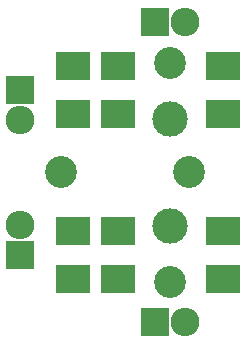
<source format=gbs>
%TF.GenerationSoftware,KiCad,Pcbnew,4.1.0-alpha+201609021633+7109~49~ubuntu16.04.1-product*%
%TF.CreationDate,2016-09-14T14:31:16+05:30*%
%TF.ProjectId,OTS2_encA,4F5453325F656E63412E6B696361645F,rev?*%
%TF.FileFunction,Soldermask,Bot*%
%FSLAX46Y46*%
G04 Gerber Fmt 4.6, Leading zero omitted, Abs format (unit mm)*
G04 Created by KiCad (PCBNEW 4.1.0-alpha+201609021633+7109~49~ubuntu16.04.1-product) date Wed Sep 14 14:31:16 2016*
%MOMM*%
%LPD*%
G01*
G04 APERTURE LIST*
%ADD10C,0.101600*%
%ADD11R,2.900000X2.400000*%
%ADD12C,2.700000*%
%ADD13C,3.000000*%
%ADD14R,2.432000X2.432000*%
%ADD15O,2.432000X2.432000*%
G04 APERTURE END LIST*
D10*
D11*
X38100000Y-82455000D03*
X38100000Y-86455000D03*
X46990000Y-82455000D03*
X46990000Y-86455000D03*
X38100000Y-96425000D03*
X38100000Y-100425000D03*
X34290000Y-82455000D03*
X34290000Y-86455000D03*
X46990000Y-96425000D03*
X46990000Y-100425000D03*
X34290000Y-96425000D03*
X34290000Y-100425000D03*
D12*
X44115000Y-91440000D03*
D13*
X42545000Y-86940000D03*
D12*
X42545000Y-82180000D03*
D13*
X42545000Y-95940000D03*
D12*
X42545000Y-100700000D03*
X33285000Y-91440000D03*
D14*
X29845000Y-98425000D03*
D15*
X29845000Y-95885000D03*
D14*
X29845000Y-84455000D03*
D15*
X29845000Y-86995000D03*
D14*
X41275000Y-78740000D03*
D15*
X43815000Y-78740000D03*
D14*
X41275000Y-104140000D03*
D15*
X43815000Y-104140000D03*
M02*

</source>
